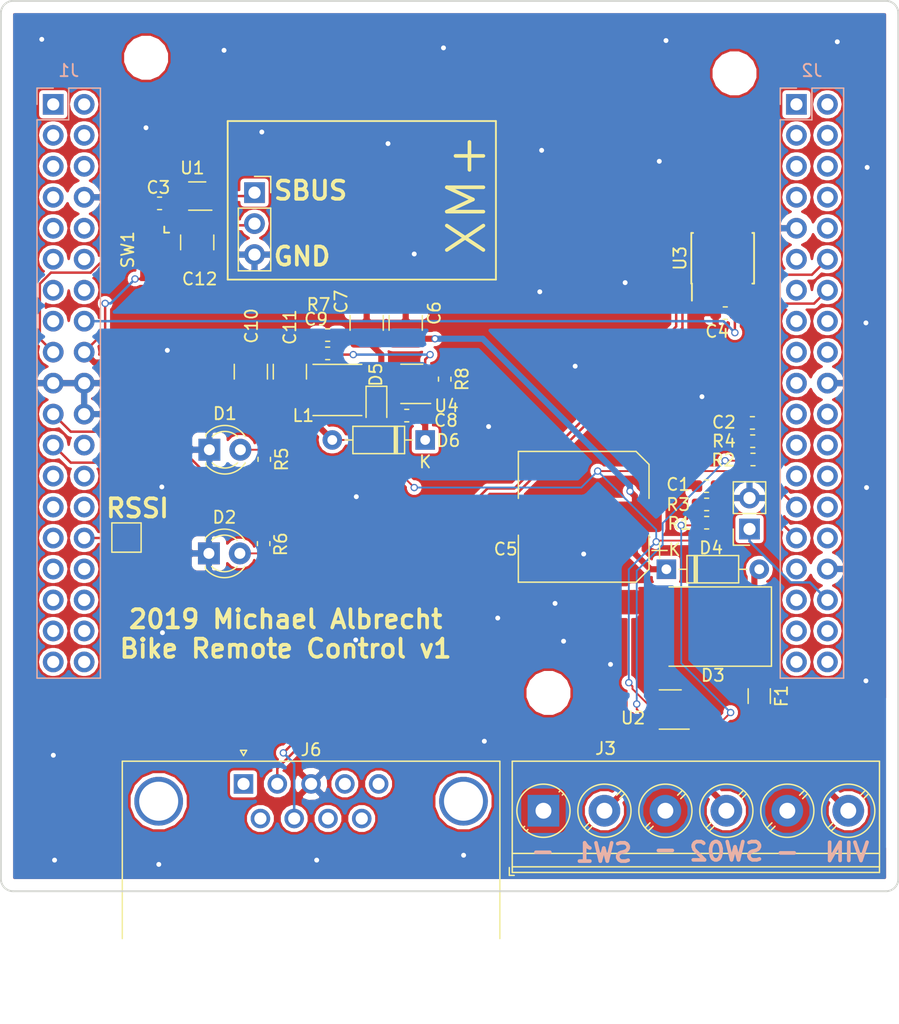
<source format=kicad_pcb>
(kicad_pcb (version 20171130) (host pcbnew 5.0.2-bee76a0~70~ubuntu18.04.1)
  (layers (0 F.Cu signal) (31 B.Cu signal) (34 B.Paste user) (35 F.Paste user) (36 B.SilkS user) (37 F.SilkS user) (38 B.Mask user) (39 F.Mask user) (44 Edge.Cuts user))
  (net 0 "")
  (net 1 "Net-(J1-Pad1)")
  (net 2 "Net-(J1-Pad2)")
  (net 3 "Net-(J1-Pad3)")
  (net 4 "Net-(J1-Pad4)")
  (net 5 "Net-(J1-Pad5)")
  (net 6 "Net-(J1-Pad6)")
  (net 7 "Net-(J1-Pad7)")
  (net 8 "Net-(J1-Pad9)")
  (net 9 "Net-(J1-Pad10)")
  (net 10 "Net-(J1-Pad11)")
  (net 11 "Net-(J1-Pad12)")
  (net 12 "Net-(J1-Pad13)")
  (net 13 "Net-(J1-Pad14)")
  (net 14 "Net-(J1-Pad15)")
  (net 15 "Net-(J1-Pad24)")
  (net 16 "Net-(J1-Pad25)")
  (net 17 "Net-(J1-Pad26)")
  (net 18 "Net-(J1-Pad27)")
  (net 19 "Net-(J1-Pad28)")
  (net 20 "Net-(J1-Pad29)")
  (net 21 "Net-(J1-Pad31)")
  (net 22 "Net-(J1-Pad32)")
  (net 23 "Net-(J1-Pad33)")
  (net 24 "Net-(J1-Pad34)")
  (net 25 "Net-(J1-Pad35)")
  (net 26 "Net-(J1-Pad36)")
  (net 27 "Net-(J1-Pad37)")
  (net 28 "Net-(J1-Pad38)")
  (net 29 "Net-(J2-Pad38)")
  (net 30 "Net-(J2-Pad37)")
  (net 31 "Net-(J2-Pad36)")
  (net 32 "Net-(J2-Pad35)")
  (net 33 "Net-(J2-Pad33)")
  (net 34 "Net-(J2-Pad31)")
  (net 35 "Net-(J2-Pad30)")
  (net 36 "Net-(J2-Pad28)")
  (net 37 "Net-(J2-Pad26)")
  (net 38 "Net-(J2-Pad25)")
  (net 39 "Net-(J2-Pad24)")
  (net 40 "Net-(J2-Pad23)")
  (net 41 "Net-(J2-Pad22)")
  (net 42 "Net-(J2-Pad21)")
  (net 43 "Net-(J2-Pad19)")
  (net 44 "Net-(J2-Pad18)")
  (net 45 "Net-(J2-Pad17)")
  (net 46 "Net-(J2-Pad16)")
  (net 47 "Net-(J2-Pad15)")
  (net 48 "Net-(J2-Pad13)")
  (net 49 "Net-(J2-Pad11)")
  (net 50 "Net-(J2-Pad10)")
  (net 51 "Net-(J2-Pad8)")
  (net 52 "Net-(J2-Pad7)")
  (net 53 "Net-(J2-Pad6)")
  (net 54 "Net-(J2-Pad5)")
  (net 55 "Net-(J2-Pad4)")
  (net 56 "Net-(J2-Pad3)")
  (net 57 "Net-(J2-Pad2)")
  (net 58 "Net-(J2-Pad1)")
  (net 59 "Net-(C12-Pad1)")
  (net 60 +5V)
  (net 61 /ReceiverRSSI)
  (net 62 GND)
  (net 63 /SW02_L)
  (net 64 /SW01_L)
  (net 65 VBUS)
  (net 66 "Net-(C9-Pad2)")
  (net 67 /LED_RemoteControlOK)
  (net 68 "Net-(D2-Pad2)")
  (net 69 "Net-(D1-Pad2)")
  (net 70 /LED_Operational)
  (net 71 /SW01)
  (net 72 /SW02)
  (net 73 /SBUS)
  (net 74 "Net-(C8-Pad1)")
  (net 75 "Net-(U4-Pad4)")
  (net 76 "Net-(C8-Pad2)")
  (net 77 "Net-(C5-Pad1)")
  (net 78 "Net-(U2-Pad4)")
  (net 79 "Net-(U2-Pad3)")
  (net 80 /CAN_TX)
  (net 81 +3V3)
  (net 82 /CAN_RX)
  (net 83 "Net-(U3-Pad5)")
  (net 84 /CAN-)
  (net 85 /CAN+)
  (net 86 "Net-(U3-Pad8)")
  (net 87 "Net-(D3-Pad1)")
  (net 88 /debugUART)
  (net 89 "Net-(J6-Pad1)")
  (net 90 "Net-(J6-Pad4)")
  (net 91 "Net-(J6-Pad5)")
  (net 92 "Net-(J6-Pad6)")
  (net 93 "Net-(J6-Pad8)")
  (net 94 "Net-(J6-Pad9)")
  (net 95 GNDPWR)
  (net 96 /SBUS_Inv)
  (module Diode_SMD:D_SOD-323F (layer F.Cu) (at 154.5 71 270)
    (fp_text reference D5 (at -2.45 0.05 270) (layer F.SilkS))
    (fp_text value "D_Schottky BAT46WJ 100V")
    (pad 1 smd rect (at -1.1 0 270) (size 0.5 0.5) (layers F.Cu F.Paste F.Mask) (net 76 "Net-(C8-Pad2)"))
    (pad 2 smd rect (at 1.1 0 270) (size 0.5 0.5) (layers F.Cu F.Paste F.Mask) (net 62 GND))
  )
  (module NetTie:NetTie-2_SMD_Pad2.0mm (layer F.Cu) (at 173.7 87.2 180)
    (fp_text reference NT1 hide)
    (fp_text value Net-Tie_2)
    (fp_poly (pts (xy -2 -1) (xy 2 -1) (xy 2 1) (xy -2 1)) (layer F.Cu) (width 0))
    (pad 1 smd circle (at -2 0 180) (size 2 2) (layers F.Cu) (net 95 GNDPWR))
    (pad 2 smd circle (at 2 0 180) (size 2 2) (layers F.Cu) (net 62 GND))
  )
  (module Capacitor_SMD:CP_Elec_10x10.5 (layer F.Cu) (at 171.5 80.2 180)
    (fp_text reference C5 (at 6.4 -2.65 180) (layer F.SilkS))
    (fp_text value "100uF 35V")
    (pad 1 smd roundrect (at -4.2 0 180) (size 4.4 2.5) (layers F.Cu F.Paste F.Mask) (roundrect_rratio 0.1) (net 77 "Net-(C5-Pad1)"))
    (pad 2 smd roundrect (at 4.2 0 180) (size 4.4 2.5) (layers F.Cu F.Paste F.Mask) (roundrect_rratio 0.1) (net 62 GND))
  )
  (module Capacitor_SMD:C_0603_1608Metric (layer F.Cu) (at 185.3375 72.5 180)
    (fp_text reference C2 (at 2.3375 0.05 180) (layer F.SilkS))
    (fp_text value "100nF 35V")
    (pad 2 smd roundrect (at 0.7875 0 180) (size 0.875 0.95) (layers F.Cu F.Paste F.Mask) (net 62 GND))
    (pad 1 smd roundrect (at -0.7875 0 180) (size 0.875 0.95) (layers F.Cu F.Paste F.Mask) (net 71 /SW01))
  )
  (module Capacitor_SMD:C_0603_1608Metric (layer F.Cu) (at 136.7125 54.5 180)
    (fp_text reference C3 (at 0.1 1.3 180) (layer F.SilkS))
    (fp_text value "100nF 35V")
    (pad 1 smd roundrect (at -0.7875 0 180) (size 0.875 0.95) (layers F.Cu F.Paste F.Mask) (net 60 +5V))
    (pad 2 smd roundrect (at 0.7875 0 180) (size 0.875 0.95) (layers F.Cu F.Paste F.Mask) (net 62 GND))
  )
  (module Capacitor_SMD:C_0603_1608Metric (layer F.Cu) (at 183.1125 63.5 180)
    (fp_text reference C4 (at 0.6625 -1.5 180) (layer F.SilkS))
    (fp_text value "100nF 35V")
    (pad 2 smd roundrect (at 0.7875 0 180) (size 0.875 0.95) (layers F.Cu F.Paste F.Mask) (net 62 GND))
    (pad 1 smd roundrect (at -0.7875 0 180) (size 0.875 0.95) (layers F.Cu F.Paste F.Mask) (net 81 +3V3))
  )
  (module Capacitor_SMD:C_0603_1608Metric (layer F.Cu) (at 181.573424 77.685249 180)
    (fp_text reference C1 (at 2.323424 0.135249 180) (layer F.SilkS))
    (fp_text value "100nF 35V")
    (pad 1 smd roundrect (at -0.7875 0 180) (size 0.875 0.95) (layers F.Cu F.Paste F.Mask) (net 72 /SW02))
    (pad 2 smd roundrect (at 0.7875 0 180) (size 0.875 0.95) (layers F.Cu F.Paste F.Mask) (net 62 GND))
  )
  (module Capacitor_SMD:C_0603_1608Metric (layer F.Cu) (at 156.9875 71.9 180)
    (fp_text reference C8 (at -3.2125 -0.4 180) (layer F.SilkS))
    (fp_text value "100nF 35V")
    (pad 2 smd roundrect (at 0.7875 0 180) (size 0.875 0.95) (layers F.Cu F.Paste F.Mask) (net 76 "Net-(C8-Pad2)"))
    (pad 1 smd roundrect (at -0.7875 0 180) (size 0.875 0.95) (layers F.Cu F.Paste F.Mask) (net 74 "Net-(C8-Pad1)"))
  )
  (module Capacitor_SMD:C_0603_1608Metric (layer F.Cu) (at 150.5 66.8)
    (fp_text reference C9 (at -0.95 -2.8) (layer F.SilkS))
    (fp_text value 20pF)
    (pad 1 smd roundrect (at -0.7875 0) (size 0.875 0.95) (layers F.Cu F.Paste F.Mask) (net 60 +5V))
    (pad 2 smd roundrect (at 0.7875 0) (size 0.875 0.95) (layers F.Cu F.Paste F.Mask) (net 66 "Net-(C9-Pad2)"))
  )
  (module Capacitor_SMD:C_1210_3225Metric (layer F.Cu) (at 147.4 68.3 90)
    (fp_text reference C11 (at 3.65 0 90) (layer F.SilkS))
    (fp_text value "10uF 35V")
    (pad 1 smd roundrect (at -1.4 0 90) (size 1.25 2.65) (layers F.Cu F.Paste F.Mask) (roundrect_rratio 0.2) (net 60 +5V))
    (pad 2 smd roundrect (at 1.4 0 90) (size 1.25 2.65) (layers F.Cu F.Paste F.Mask) (roundrect_rratio 0.2) (net 62 GND))
  )
  (module Capacitor_SMD:C_1210_3225Metric (layer F.Cu) (at 153.7 64.3 90)
    (fp_text reference C7 (at 1.75 -2.1 90) (layer F.SilkS))
    (fp_text value "10uF 35V")
    (pad 2 smd roundrect (at 1.4 0 90) (size 1.25 2.65) (layers F.Cu F.Paste F.Mask) (roundrect_rratio 0.2) (net 62 GND))
    (pad 1 smd roundrect (at -1.4 0 90) (size 1.25 2.65) (layers F.Cu F.Paste F.Mask) (roundrect_rratio 0.2) (net 77 "Net-(C5-Pad1)"))
  )
  (module Capacitor_SMD:C_1210_3225Metric (layer F.Cu) (at 144.2 68.3 90)
    (fp_text reference C10 (at 3.75 0.05 90) (layer F.SilkS))
    (fp_text value "10uF 35V")
    (pad 1 smd roundrect (at -1.4 0 90) (size 1.25 2.65) (layers F.Cu F.Paste F.Mask) (roundrect_rratio 0.2) (net 60 +5V))
    (pad 2 smd roundrect (at 1.4 0 90) (size 1.25 2.65) (layers F.Cu F.Paste F.Mask) (roundrect_rratio 0.2) (net 62 GND))
  )
  (module Capacitor_SMD:C_1210_3225Metric (layer F.Cu) (at 139.8 57.7 270)
    (fp_text reference C12 (at 3 -0.2) (layer F.SilkS))
    (fp_text value "10uF 35V")
    (pad 2 smd roundrect (at 1.4 0 270) (size 1.25 2.65) (layers F.Cu F.Paste F.Mask) (roundrect_rratio 0.2) (net 62 GND))
    (pad 1 smd roundrect (at -1.4 0 270) (size 1.25 2.65) (layers F.Cu F.Paste F.Mask) (roundrect_rratio 0.2) (net 59 "Net-(C12-Pad1)"))
  )
  (module Capacitor_SMD:C_1210_3225Metric (layer F.Cu) (at 156.9 64.3 90)
    (fp_text reference C6 (at 0.8 2.35 90) (layer F.SilkS))
    (fp_text value "10uF 35V")
    (pad 1 smd roundrect (at -1.4 0 90) (size 1.25 2.65) (layers F.Cu F.Paste F.Mask) (roundrect_rratio 0.2) (net 77 "Net-(C5-Pad1)"))
    (pad 2 smd roundrect (at 1.4 0 90) (size 1.25 2.65) (layers F.Cu F.Paste F.Mask) (roundrect_rratio 0.2) (net 62 GND))
  )
  (module Connector_Dsub:DSUB-9_Male_Horizontal_P2.77x2.84mm_EdgePinOffset9.90mm_Housed_MountingHolesOffset11.32mm (layer F.Cu) (at 143.6 102.1)
    (fp_text reference J6 (at 5.54 -2.8) (layer F.SilkS))
    (fp_text value DB9_Male)
    (pad 1 thru_hole rect (at 0 0) (size 1.6 1.6) (drill 1) (layers *.Cu *.Mask) (net 89 "Net-(J6-Pad1)"))
    (pad 2 thru_hole circle (at 2.77 0) (size 1.6 1.6) (drill 1) (layers *.Cu *.Mask) (net 84 /CAN-))
    (pad 3 thru_hole circle (at 5.54 0) (size 1.6 1.6) (drill 1) (layers *.Cu *.Mask) (net 62 GND))
    (pad 4 thru_hole circle (at 8.31 0) (size 1.6 1.6) (drill 1) (layers *.Cu *.Mask) (net 90 "Net-(J6-Pad4)"))
    (pad 5 thru_hole circle (at 11.08 0) (size 1.6 1.6) (drill 1) (layers *.Cu *.Mask) (net 91 "Net-(J6-Pad5)"))
    (pad 6 thru_hole circle (at 1.385 2.84) (size 1.6 1.6) (drill 1) (layers *.Cu *.Mask) (net 92 "Net-(J6-Pad6)"))
    (pad 7 thru_hole circle (at 4.155 2.84) (size 1.6 1.6) (drill 1) (layers *.Cu *.Mask) (net 85 /CAN+))
    (pad 8 thru_hole circle (at 6.925 2.84) (size 1.6 1.6) (drill 1) (layers *.Cu *.Mask) (net 93 "Net-(J6-Pad8)"))
    (pad 9 thru_hole circle (at 9.695 2.84) (size 1.6 1.6) (drill 1) (layers *.Cu *.Mask) (net 94 "Net-(J6-Pad9)"))
    (pad 0 thru_hole circle (at -6.96 1.42) (size 4 4) (drill 3.2) (layers *.Cu *.Mask))
    (pad 0 thru_hole circle (at 18.04 1.42) (size 4 4) (drill 3.2) (layers *.Cu *.Mask))
  )
  (module Connector_PinSocket_2.54mm:PinSocket_1x02_P2.54mm_Vertical (layer F.Cu) (at 185.1 81.2 180)
    (fp_text reference J7 hide)
    (fp_text value Conn_01x02_Male)
    (pad 1 thru_hole rect (at 0 0 180) (size 1.7 1.7) (drill 1) (layers *.Cu *.Mask) (net 88 /debugUART))
    (pad 2 thru_hole oval (at 0 2.54 180) (size 1.7 1.7) (drill 1) (layers *.Cu *.Mask) (net 62 GND))
  )
  (module Connector_PinSocket_2.54mm:PinSocket_1x03_P2.54mm_Vertical (layer F.Cu) (at 144.5 53.62)
    (fp_text reference J5 hide)
    (fp_text value Conn_01x03_ReceiverPwrSig)
    (pad 1 thru_hole rect (at 0 0) (size 1.7 1.7) (drill 1) (layers *.Cu *.Mask) (net 96 /SBUS_Inv))
    (pad 2 thru_hole oval (at 0 2.54) (size 1.7 1.7) (drill 1) (layers *.Cu *.Mask) (net 59 "Net-(C12-Pad1)"))
    (pad 3 thru_hole oval (at 0 5.08) (size 1.7 1.7) (drill 1) (layers *.Cu *.Mask) (net 62 GND))
  )
  (module Diode_SMD:D_SMC (layer F.Cu) (at 182.1 89.2 180)
    (fp_text reference D3 (at 0 -4 180) (layer F.SilkS))
    (fp_text value "TVS SMCJ26CA")
    (pad 1 smd rect (at -3.4 0 270) (size 3.3 2.5) (layers F.Cu F.Paste F.Mask) (net 87 "Net-(D3-Pad1)"))
    (pad 2 smd rect (at 3.4 0 270) (size 3.3 2.5) (layers F.Cu F.Paste F.Mask) (net 95 GNDPWR))
  )
  (module Diode_THT:D_DO-35_SOD27_P7.62mm_Horizontal (layer F.Cu) (at 158.5 73.9 180)
    (fp_text reference D6 (at -1.9 -0.05 180) (layer F.SilkS))
    (fp_text value 1N4148)
    (fp_text user K (at 0 -1.8 180) (layer F.SilkS))
    (pad 2 thru_hole oval (at 7.62 0 180) (size 1.6 1.6) (drill 0.8) (layers *.Cu *.Mask) (net 60 +5V))
    (pad 1 thru_hole rect (at 0 0 180) (size 1.6 1.6) (drill 0.8) (layers *.Cu *.Mask) (net 74 "Net-(C8-Pad1)"))
  )
  (module Diode_THT:D_DO-35_SOD27_P7.62mm_Horizontal (layer F.Cu) (at 178.28 84.5)
    (fp_text reference D4 (at 3.67 -1.75) (layer F.SilkS))
    (fp_text value 1N4148)
    (fp_text user K (at 0.67 -1.6) (layer F.SilkS))
    (pad 1 thru_hole rect (at 0 0) (size 1.6 1.6) (drill 0.8) (layers *.Cu *.Mask) (net 77 "Net-(C5-Pad1)"))
    (pad 2 thru_hole oval (at 7.62 0) (size 1.6 1.6) (drill 0.8) (layers *.Cu *.Mask) (net 87 "Net-(D3-Pad1)"))
  )
  (module Fuse:Fuse_1206_3216Metric (layer F.Cu) (at 185.9 94.9 270)
    (fp_text reference F1 (at 0 -1.82 270) (layer F.SilkS))
    (fp_text value "ptc 100mA")
    (pad 1 smd roundrect (at -1.4 0 270) (size 1.25 1.75) (layers F.Cu F.Paste F.Mask) (roundrect_rratio 0.2) (net 87 "Net-(D3-Pad1)"))
    (pad 2 smd roundrect (at 1.4 0 270) (size 1.25 1.75) (layers F.Cu F.Paste F.Mask) (roundrect_rratio 0.2) (net 65 VBUS))
  )
  (module Inductor_SMD:L_Taiyo-Yuden_NR-40xx (layer F.Cu) (at 151.3 69.8 180)
    (fp_text reference L1 (at 2.8 -2.1 180) (layer F.SilkS))
    (fp_text value "22uH 500mA")
    (pad 1 smd rect (at -1.4 0 180) (size 1.2 3.9) (layers F.Cu F.Paste F.Mask) (net 76 "Net-(C8-Pad2)"))
    (pad 2 smd rect (at 1.4 0 180) (size 1.2 3.9) (layers F.Cu F.Paste F.Mask) (net 60 +5V))
  )
  (module LED_THT:LED_D3.0mm (layer F.Cu) (at 140.76 83.2)
    (fp_text reference D2 (at 1.27 -2.96) (layer F.SilkS))
    (fp_text value LED)
    (pad 2 thru_hole circle (at 2.54 0) (size 1.8 1.8) (drill 0.9) (layers *.Cu *.Mask) (net 68 "Net-(D2-Pad2)"))
    (pad 1 thru_hole rect (at 0 0) (size 1.8 1.8) (drill 0.9) (layers *.Cu *.Mask) (net 62 GND))
  )
  (module LED_THT:LED_D3.0mm (layer F.Cu) (at 140.8 74.7)
    (fp_text reference D1 (at 1.27 -2.96) (layer F.SilkS))
    (fp_text value LED)
    (pad 1 thru_hole rect (at 0 0) (size 1.8 1.8) (drill 0.9) (layers *.Cu *.Mask) (net 62 GND))
    (pad 2 thru_hole circle (at 2.54 0) (size 1.8 1.8) (drill 0.9) (layers *.Cu *.Mask) (net 69 "Net-(D1-Pad2)"))
  )
  (module Package_SO:SOIC-8_3.9x4.9mm_P1.27mm (layer F.Cu) (at 182.9 59 90)
    (fp_text reference U3 (at 0 -3.5 90) (layer F.SilkS))
    (fp_text value SN65HVD232)
    (pad 1 smd rect (at -2.7 -1.905 90) (size 1.55 0.6) (layers F.Cu F.Paste F.Mask) (net 80 /CAN_TX))
    (pad 2 smd rect (at -2.7 -0.635 90) (size 1.55 0.6) (layers F.Cu F.Paste F.Mask) (net 62 GND))
    (pad 3 smd rect (at -2.7 0.635 90) (size 1.55 0.6) (layers F.Cu F.Paste F.Mask) (net 81 +3V3))
    (pad 4 smd rect (at -2.7 1.905 90) (size 1.55 0.6) (layers F.Cu F.Paste F.Mask) (net 82 /CAN_RX))
    (pad 5 smd rect (at 2.7 1.905 90) (size 1.55 0.6) (layers F.Cu F.Paste F.Mask) (net 83 "Net-(U3-Pad5)"))
    (pad 6 smd rect (at 2.7 0.635 90) (size 1.55 0.6) (layers F.Cu F.Paste F.Mask) (net 84 /CAN-))
    (pad 7 smd rect (at 2.7 -0.635 90) (size 1.55 0.6) (layers F.Cu F.Paste F.Mask) (net 85 /CAN+))
    (pad 8 smd rect (at 2.7 -1.905 90) (size 1.55 0.6) (layers F.Cu F.Paste F.Mask) (net 86 "Net-(U3-Pad8)"))
  )
  (module Package_TO_SOT_SMD:SOT-23-6 (layer F.Cu) (at 178.6 96 180)
    (fp_text reference U2 (at 3.05 -0.7 180) (layer F.SilkS))
    (fp_text value USBLC6-2SC6)
    (pad 5 smd rect (at 1.1 0 180) (size 1.06 0.65) (layers F.Cu F.Paste F.Mask) (net 60 +5V))
    (pad 6 smd rect (at 1.1 -0.95 180) (size 1.06 0.65) (layers F.Cu F.Paste F.Mask) (net 64 /SW01_L))
    (pad 4 smd rect (at 1.1 0.95 180) (size 1.06 0.65) (layers F.Cu F.Paste F.Mask) (net 78 "Net-(U2-Pad4)"))
    (pad 3 smd rect (at -1.1 0.95 180) (size 1.06 0.65) (layers F.Cu F.Paste F.Mask) (net 79 "Net-(U2-Pad3)"))
    (pad 2 smd rect (at -1.1 0 180) (size 1.06 0.65) (layers F.Cu F.Paste F.Mask) (net 95 GNDPWR))
    (pad 1 smd rect (at -1.1 -0.95 180) (size 1.06 0.65) (layers F.Cu F.Paste F.Mask) (net 63 /SW02_L))
  )
  (module Package_TO_SOT_SMD:SOT-23-6 (layer F.Cu) (at 157.4 69.3 180)
    (fp_text reference U4 (at -2.85 -1.8 180) (layer F.SilkS))
    (fp_text value MCP16331CH)
    (pad 1 smd rect (at -1.1 -0.95 180) (size 1.06 0.65) (layers F.Cu F.Paste F.Mask) (net 74 "Net-(C8-Pad1)"))
    (pad 2 smd rect (at -1.1 0 180) (size 1.06 0.65) (layers F.Cu F.Paste F.Mask) (net 62 GND))
    (pad 3 smd rect (at -1.1 0.95 180) (size 1.06 0.65) (layers F.Cu F.Paste F.Mask) (net 66 "Net-(C9-Pad2)"))
    (pad 4 smd rect (at 1.1 0.95 180) (size 1.06 0.65) (layers F.Cu F.Paste F.Mask) (net 75 "Net-(U4-Pad4)"))
    (pad 6 smd rect (at 1.1 -0.95 180) (size 1.06 0.65) (layers F.Cu F.Paste F.Mask) (net 76 "Net-(C8-Pad2)"))
    (pad 5 smd rect (at 1.1 0 180) (size 1.06 0.65) (layers F.Cu F.Paste F.Mask) (net 77 "Net-(C5-Pad1)"))
  )
  (module Package_TO_SOT_SMD:SOT-353_SC-70-5 (layer F.Cu) (at 139.8 53.9 180)
    (fp_text reference U1 (at 0.4 2.3 180) (layer F.SilkS))
    (fp_text value 74AHC1G04)
    (pad 1 smd rect (at -0.95 -0.65 180) (size 0.65 0.4) (layers F.Cu F.Paste F.Mask))
    (pad 3 smd rect (at -0.95 0.65 180) (size 0.65 0.4) (layers F.Cu F.Paste F.Mask) (net 62 GND))
    (pad 2 smd rect (at -0.95 0 180) (size 0.65 0.4) (layers F.Cu F.Paste F.Mask) (net 96 /SBUS_Inv))
    (pad 4 smd rect (at 0.95 0.65 180) (size 0.65 0.4) (layers F.Cu F.Paste F.Mask) (net 73 /SBUS))
    (pad 5 smd rect (at 0.95 -0.65 180) (size 0.65 0.4) (layers F.Cu F.Paste F.Mask) (net 60 +5V))
  )
  (module Resistor_SMD:R_0603_1608Metric (layer F.Cu) (at 185.3875 75.5 180)
    (fp_text reference R2 (at 2.4375 -0.05 180) (layer F.SilkS))
    (fp_text value 100k)
    (pad 2 smd roundrect (at 0.7875 0 180) (size 0.875 0.95) (layers F.Cu F.Paste F.Mask) (net 64 /SW01_L))
    (pad 1 smd roundrect (at -0.7875 0 180) (size 0.875 0.95) (layers F.Cu F.Paste F.Mask) (net 60 +5V))
  )
  (module Resistor_SMD:R_0603_1608Metric (layer F.Cu) (at 181.585924 79.185249 180)
    (fp_text reference R3 (at 2.335924 -0.014751 180) (layer F.SilkS))
    (fp_text value "10k 1%")
    (pad 1 smd roundrect (at -0.7875 0 180) (size 0.875 0.95) (layers F.Cu F.Paste F.Mask) (net 72 /SW02))
    (pad 2 smd roundrect (at 0.7875 0 180) (size 0.875 0.95) (layers F.Cu F.Paste F.Mask) (net 63 /SW02_L))
  )
  (module Resistor_SMD:R_0603_1608Metric (layer F.Cu) (at 185.3625 74 180)
    (fp_text reference R4 (at 2.3625 0 180) (layer F.SilkS))
    (fp_text value "10k 1%")
    (pad 2 smd roundrect (at 0.7875 0 180) (size 0.875 0.95) (layers F.Cu F.Paste F.Mask) (net 64 /SW01_L))
    (pad 1 smd roundrect (at -0.7875 0 180) (size 0.875 0.95) (layers F.Cu F.Paste F.Mask) (net 71 /SW01))
  )
  (module Resistor_SMD:R_0603_1608Metric (layer F.Cu) (at 145.3 75.4875 270)
    (fp_text reference R5 (at 0 -1.43 270) (layer F.SilkS))
    (fp_text value "52.3R 1%")
    (pad 1 smd roundrect (at -0.7875 0 270) (size 0.875 0.95) (layers F.Cu F.Paste F.Mask) (net 69 "Net-(D1-Pad2)"))
    (pad 2 smd roundrect (at 0.7875 0 270) (size 0.875 0.95) (layers F.Cu F.Paste F.Mask) (net 70 /LED_Operational))
  )
  (module Resistor_SMD:R_0603_1608Metric (layer F.Cu) (at 145.25 82.4 90)
    (fp_text reference R6 (at -0.05 1.4 90) (layer F.SilkS))
    (fp_text value "52.3R 1%")
    (pad 2 smd roundrect (at 0.7875 0 90) (size 0.875 0.95) (layers F.Cu F.Paste F.Mask) (net 67 /LED_RemoteControlOK))
    (pad 1 smd roundrect (at -0.7875 0 90) (size 0.875 0.95) (layers F.Cu F.Paste F.Mask) (net 68 "Net-(D2-Pad2)"))
  )
  (module Resistor_SMD:R_0603_1608Metric (layer F.Cu) (at 150.5 65.3)
    (fp_text reference R7 (at -0.75 -2.5) (layer F.SilkS))
    (fp_text value "52.3R 1%")
    (pad 1 smd roundrect (at -0.7875 0) (size 0.875 0.95) (layers F.Cu F.Paste F.Mask) (net 60 +5V))
    (pad 2 smd roundrect (at 0.7875 0) (size 0.875 0.95) (layers F.Cu F.Paste F.Mask) (net 66 "Net-(C9-Pad2)"))
  )
  (module Resistor_SMD:R_0603_1608Metric (layer F.Cu) (at 160.1 68.9125 270)
    (fp_text reference R8 (at 0 -1.43 270) (layer F.SilkS))
    (fp_text value "10k 1%")
    (pad 2 smd roundrect (at 0.7875 0 270) (size 0.875 0.95) (layers F.Cu F.Paste F.Mask) (net 62 GND))
    (pad 1 smd roundrect (at -0.7875 0 270) (size 0.875 0.95) (layers F.Cu F.Paste F.Mask) (net 66 "Net-(C9-Pad2)"))
  )
  (module Resistor_SMD:R_0603_1608Metric (layer F.Cu) (at 181.585924 80.685249 180)
    (fp_text reference R1 (at 2.235924 -0.064751 180) (layer F.SilkS))
    (fp_text value 100k)
    (pad 1 smd roundrect (at -0.7875 0 180) (size 0.875 0.95) (layers F.Cu F.Paste F.Mask) (net 60 +5V))
    (pad 2 smd roundrect (at 0.7875 0 180) (size 0.875 0.95) (layers F.Cu F.Paste F.Mask) (net 63 /SW02_L))
  )
  (module TerminalBlock_Phoenix:TerminalBlock_Phoenix_PT-1,5-6-5.0-H_1x06_P5.00mm_Horizontal (layer F.Cu) (at 168.2 104.3)
    (fp_text reference J3 (at 5.1 -5.1) (layer F.SilkS))
    (fp_text value Conn_01x06_Female)
    (pad 1 thru_hole rect (at 0 0) (size 2.6 2.6) (drill 1.3) (layers *.Cu *.Mask) (net 95 GNDPWR))
    (pad 2 thru_hole circle (at 5 0) (size 2.6 2.6) (drill 1.3) (layers *.Cu *.Mask) (net 64 /SW01_L))
    (pad 3 thru_hole circle (at 10 0) (size 2.6 2.6) (drill 1.3) (layers *.Cu *.Mask) (net 95 GNDPWR))
    (pad 4 thru_hole circle (at 15 0) (size 2.6 2.6) (drill 1.3) (layers *.Cu *.Mask) (net 63 /SW02_L))
    (pad 5 thru_hole circle (at 20 0) (size 2.6 2.6) (drill 1.3) (layers *.Cu *.Mask) (net 95 GNDPWR))
    (pad 6 thru_hole circle (at 25 0) (size 2.6 2.6) (drill 1.3) (layers *.Cu *.Mask) (net 65 VBUS))
  )
  (module TestPoint:TestPoint_Pad_2.0x2.0mm (layer F.Cu) (at 134 81.9)
    (fp_text reference J4 hide)
    (fp_text value Conn_01x01_ReceiverRSSI)
    (pad 1 smd rect (at 0 0) (size 2 2) (layers F.Cu F.Mask) (net 61 /ReceiverRSSI))
  )
  (module extraFootprints:alps_SKRPASE010 (layer F.Cu) (at 137.6 56.2 270)
    (fp_text reference SW1 (at 2.1 3.5 270) (layer F.SilkS))
    (fp_text value SW_Push_Open)
    (pad 1 smd rect (at 0 0 270) (size 1.05 0.65) (layers F.Cu F.Paste F.Mask) (net 59 "Net-(C12-Pad1)"))
    (pad 1 smd rect (at 4.15 0 270) (size 1.05 0.65) (layers F.Cu F.Paste F.Mask) (net 59 "Net-(C12-Pad1)"))
    (pad 2 smd rect (at 4.15 2.15 270) (size 1.05 0.65) (layers F.Cu F.Paste F.Mask) (net 60 +5V))
    (pad 2 smd rect (at 0 2.15 270) (size 1.05 0.65) (layers F.Cu F.Paste F.Mask) (net 60 +5V))
  )
  (module MountingHole:MountingHole_3mm (layer F.Cu) (at 168.61 94.64)
    (fp_text reference H3 hide)
    (fp_text value MountingHole)
    (pad 1 np_thru_hole circle (at 0 0) (size 3 3) (drill 3) (layers *.Cu *.Mask))
  )
  (module MountingHole:MountingHole_3mm (layer F.Cu) (at 183.87 43.84)
    (fp_text reference H2 hide)
    (fp_text value MountingHole)
    (pad 1 np_thru_hole circle (at 0 0) (size 3 3) (drill 3) (layers *.Cu *.Mask))
  )
  (module MountingHole:MountingHole_3mm (layer F.Cu) (at 135.61 42.56)
    (fp_text reference H1 hide)
    (fp_text value MountingHole)
    (pad 1 np_thru_hole circle (at 0 0) (size 3 3) (drill 3) (layers *.Cu *.Mask))
  )
  (module Connector_PinSocket_2.54mm:PinSocket_2x19_P2.54mm_Vertical (layer B.Cu) (at 188.95 46.38 180)
    (fp_text reference J2 (at -1.27 2.77 180) (layer B.SilkS) (effects (justify mirror)))
    (fp_text value Conn_02x19_Odd_Even)
    (pad 38 thru_hole oval (at -2.54 -45.72 180) (size 1.7 1.7) (drill 1) (layers *.Cu *.Mask) (net 29 "Net-(J2-Pad38)"))
    (pad 37 thru_hole oval (at 0 -45.72 180) (size 1.7 1.7) (drill 1) (layers *.Cu *.Mask) (net 30 "Net-(J2-Pad37)"))
    (pad 36 thru_hole oval (at -2.54 -43.18 180) (size 1.7 1.7) (drill 1) (layers *.Cu *.Mask) (net 31 "Net-(J2-Pad36)"))
    (pad 35 thru_hole oval (at 0 -43.18 180) (size 1.7 1.7) (drill 1) (layers *.Cu *.Mask) (net 32 "Net-(J2-Pad35)"))
    (pad 34 thru_hole oval (at -2.54 -40.64 180) (size 1.7 1.7) (drill 1) (layers *.Cu *.Mask) (net 88 /debugUART))
    (pad 33 thru_hole oval (at 0 -40.64 180) (size 1.7 1.7) (drill 1) (layers *.Cu *.Mask) (net 33 "Net-(J2-Pad33)"))
    (pad 32 thru_hole oval (at -2.54 -38.1 180) (size 1.7 1.7) (drill 1) (layers *.Cu *.Mask) (net 62 GND))
    (pad 31 thru_hole oval (at 0 -38.1 180) (size 1.7 1.7) (drill 1) (layers *.Cu *.Mask) (net 34 "Net-(J2-Pad31)"))
    (pad 30 thru_hole oval (at -2.54 -35.56 180) (size 1.7 1.7) (drill 1) (layers *.Cu *.Mask) (net 35 "Net-(J2-Pad30)"))
    (pad 29 thru_hole oval (at 0 -35.56 180) (size 1.7 1.7) (drill 1) (layers *.Cu *.Mask) (net 72 /SW02))
    (pad 28 thru_hole oval (at -2.54 -33.02 180) (size 1.7 1.7) (drill 1) (layers *.Cu *.Mask) (net 36 "Net-(J2-Pad28)"))
    (pad 27 thru_hole oval (at 0 -33.02 180) (size 1.7 1.7) (drill 1) (layers *.Cu *.Mask) (net 71 /SW01))
    (pad 26 thru_hole oval (at -2.54 -30.48 180) (size 1.7 1.7) (drill 1) (layers *.Cu *.Mask) (net 37 "Net-(J2-Pad26)"))
    (pad 25 thru_hole oval (at 0 -30.48 180) (size 1.7 1.7) (drill 1) (layers *.Cu *.Mask) (net 38 "Net-(J2-Pad25)"))
    (pad 24 thru_hole oval (at -2.54 -27.94 180) (size 1.7 1.7) (drill 1) (layers *.Cu *.Mask) (net 39 "Net-(J2-Pad24)"))
    (pad 23 thru_hole oval (at 0 -27.94 180) (size 1.7 1.7) (drill 1) (layers *.Cu *.Mask) (net 40 "Net-(J2-Pad23)"))
    (pad 22 thru_hole oval (at -2.54 -25.4 180) (size 1.7 1.7) (drill 1) (layers *.Cu *.Mask) (net 41 "Net-(J2-Pad22)"))
    (pad 21 thru_hole oval (at 0 -25.4 180) (size 1.7 1.7) (drill 1) (layers *.Cu *.Mask) (net 42 "Net-(J2-Pad21)"))
    (pad 20 thru_hole oval (at -2.54 -22.86 180) (size 1.7 1.7) (drill 1) (layers *.Cu *.Mask) (net 62 GND))
    (pad 19 thru_hole oval (at 0 -22.86 180) (size 1.7 1.7) (drill 1) (layers *.Cu *.Mask) (net 43 "Net-(J2-Pad19)"))
    (pad 18 thru_hole oval (at -2.54 -20.32 180) (size 1.7 1.7) (drill 1) (layers *.Cu *.Mask) (net 44 "Net-(J2-Pad18)"))
    (pad 17 thru_hole oval (at 0 -20.32 180) (size 1.7 1.7) (drill 1) (layers *.Cu *.Mask) (net 45 "Net-(J2-Pad17)"))
    (pad 16 thru_hole oval (at -2.54 -17.78 180) (size 1.7 1.7) (drill 1) (layers *.Cu *.Mask) (net 46 "Net-(J2-Pad16)"))
    (pad 15 thru_hole oval (at 0 -17.78 180) (size 1.7 1.7) (drill 1) (layers *.Cu *.Mask) (net 47 "Net-(J2-Pad15)"))
    (pad 14 thru_hole oval (at -2.54 -15.24 180) (size 1.7 1.7) (drill 1) (layers *.Cu *.Mask) (net 82 /CAN_RX))
    (pad 13 thru_hole oval (at 0 -15.24 180) (size 1.7 1.7) (drill 1) (layers *.Cu *.Mask) (net 48 "Net-(J2-Pad13)"))
    (pad 12 thru_hole oval (at -2.54 -12.7 180) (size 1.7 1.7) (drill 1) (layers *.Cu *.Mask) (net 80 /CAN_TX))
    (pad 11 thru_hole oval (at 0 -12.7 180) (size 1.7 1.7) (drill 1) (layers *.Cu *.Mask) (net 49 "Net-(J2-Pad11)"))
    (pad 10 thru_hole oval (at -2.54 -10.16 180) (size 1.7 1.7) (drill 1) (layers *.Cu *.Mask) (net 50 "Net-(J2-Pad10)"))
    (pad 9 thru_hole oval (at 0 -10.16 180) (size 1.7 1.7) (drill 1) (layers *.Cu *.Mask) (net 62 GND))
    (pad 8 thru_hole oval (at -2.54 -7.62 180) (size 1.7 1.7) (drill 1) (layers *.Cu *.Mask) (net 51 "Net-(J2-Pad8)"))
    (pad 7 thru_hole oval (at 0 -7.62 180) (size 1.7 1.7) (drill 1) (layers *.Cu *.Mask) (net 52 "Net-(J2-Pad7)"))
    (pad 6 thru_hole oval (at -2.54 -5.08 180) (size 1.7 1.7) (drill 1) (layers *.Cu *.Mask) (net 53 "Net-(J2-Pad6)"))
    (pad 5 thru_hole oval (at 0 -5.08 180) (size 1.7 1.7) (drill 1) (layers *.Cu *.Mask) (net 54 "Net-(J2-Pad5)"))
    (pad 4 thru_hole oval (at -2.54 -2.54 180) (size 1.7 1.7) (drill 1) (layers *.Cu *.Mask) (net 55 "Net-(J2-Pad4)"))
    (pad 3 thru_hole oval (at 0 -2.54 180) (size 1.7 1.7) (drill 1) (layers *.Cu *.Mask) (net 56 "Net-(J2-Pad3)"))
    (pad 2 thru_hole oval (at -2.54 0 180) (size 1.7 1.7) (drill 1) (layers *.Cu *.Mask) (net 57 "Net-(J2-Pad2)"))
    (pad 1 thru_hole rect (at 0 0 180) (size 1.7 1.7) (drill 1) (layers *.Cu *.Mask) (net 58 "Net-(J2-Pad1)"))
  )
  (module Connector_PinSocket_2.54mm:PinSocket_2x19_P2.54mm_Vertical (layer B.Cu) (at 127.99 46.38 180)
    (fp_text reference J1 (at -1.27 2.77 180) (layer B.SilkS) (effects (justify mirror)))
    (fp_text value Conn_02x19_Odd_Even)
    (pad 1 thru_hole rect (at 0 0 180) (size 1.7 1.7) (drill 1) (layers *.Cu *.Mask) (net 1 "Net-(J1-Pad1)"))
    (pad 2 thru_hole oval (at -2.54 0 180) (size 1.7 1.7) (drill 1) (layers *.Cu *.Mask) (net 2 "Net-(J1-Pad2)"))
    (pad 3 thru_hole oval (at 0 -2.54 180) (size 1.7 1.7) (drill 1) (layers *.Cu *.Mask) (net 3 "Net-(J1-Pad3)"))
    (pad 4 thru_hole oval (at -2.54 -2.54 180) (size 1.7 1.7) (drill 1) (layers *.Cu *.Mask) (net 4 "Net-(J1-Pad4)"))
    (pad 5 thru_hole oval (at 0 -5.08 180) (size 1.7 1.7) (drill 1) (layers *.Cu *.Mask) (net 5 "Net-(J1-Pad5)"))
    (pad 6 thru_hole oval (at -2.54 -5.08 180) (size 1.7 1.7) (drill 1) (layers *.Cu *.Mask) (net 6 "Net-(J1-Pad6)"))
    (pad 7 thru_hole oval (at 0 -7.62 180) (size 1.7 1.7) (drill 1) (layers *.Cu *.Mask) (net 7 "Net-(J1-Pad7)"))
    (pad 8 thru_hole oval (at -2.54 -7.62 180) (size 1.7 1.7) (drill 1) (layers *.Cu *.Mask) (net 62 GND))
    (pad 9 thru_hole oval (at 0 -10.16 180) (size 1.7 1.7) (drill 1) (layers *.Cu *.Mask) (net 8 "Net-(J1-Pad9)"))
    (pad 10 thru_hole oval (at -2.54 -10.16 180) (size 1.7 1.7) (drill 1) (layers *.Cu *.Mask) (net 9 "Net-(J1-Pad10)"))
    (pad 11 thru_hole oval (at 0 -12.7 180) (size 1.7 1.7) (drill 1) (layers *.Cu *.Mask) (net 10 "Net-(J1-Pad11)"))
    (pad 12 thru_hole oval (at -2.54 -12.7 180) (size 1.7 1.7) (drill 1) (layers *.Cu *.Mask) (net 11 "Net-(J1-Pad12)"))
    (pad 13 thru_hole oval (at 0 -15.24 180) (size 1.7 1.7) (drill 1) (layers *.Cu *.Mask) (net 12 "Net-(J1-Pad13)"))
    (pad 14 thru_hole oval (at -2.54 -15.24 180) (size 1.7 1.7) (drill 1) (layers *.Cu *.Mask) (net 13 "Net-(J1-Pad14)"))
    (pad 15 thru_hole oval (at 0 -17.78 180) (size 1.7 1.7) (drill 1) (layers *.Cu *.Mask) (net 14 "Net-(J1-Pad15)"))
    (pad 16 thru_hole oval (at -2.54 -17.78 180) (size 1.7 1.7) (drill 1) (layers *.Cu *.Mask) (net 81 +3V3))
    (pad 17 thru_hole oval (at 0 -20.32 180) (size 1.7 1.7) (drill 1) (layers *.Cu *.Mask) (net 73 /SBUS))
    (pad 18 thru_hole oval (at -2.54 -20.32 180) (size 1.7 1.7) (drill 1) (layers *.Cu *.Mask) (net 60 +5V))
    (pad 19 thru_hole oval (at 0 -22.86 180) (size 1.7 1.7) (drill 1) (layers *.Cu *.Mask) (net 62 GND))
    (pad 20 thru_hole oval (at -2.54 -22.86 180) (size 1.7 1.7) (drill 1) (layers *.Cu *.Mask) (net 62 GND))
    (pad 21 thru_hole oval (at 0 -25.4 180) (size 1.7 1.7) (drill 1) (layers *.Cu *.Mask) (net 70 /LED_Operational))
    (pad 22 thru_hole oval (at -2.54 -25.4 180) (size 1.7 1.7) (drill 1) (layers *.Cu *.Mask) (net 62 GND))
    (pad 23 thru_hole oval (at 0 -27.94 180) (size 1.7 1.7) (drill 1) (layers *.Cu *.Mask) (net 67 /LED_RemoteControlOK))
    (pad 24 thru_hole oval (at -2.54 -27.94 180) (size 1.7 1.7) (drill 1) (layers *.Cu *.Mask) (net 15 "Net-(J1-Pad24)"))
    (pad 25 thru_hole oval (at 0 -30.48 180) (size 1.7 1.7) (drill 1) (layers *.Cu *.Mask) (net 16 "Net-(J1-Pad25)"))
    (pad 26 thru_hole oval (at -2.54 -30.48 180) (size 1.7 1.7) (drill 1) (layers *.Cu *.Mask) (net 17 "Net-(J1-Pad26)"))
    (pad 27 thru_hole oval (at 0 -33.02 180) (size 1.7 1.7) (drill 1) (layers *.Cu *.Mask) (net 18 "Net-(J1-Pad27)"))
    (pad 28 thru_hole oval (at -2.54 -33.02 180) (size 1.7 1.7) (drill 1) (layers *.Cu *.Mask) (net 19 "Net-(J1-Pad28)"))
    (pad 29 thru_hole oval (at 0 -35.56 180) (size 1.7 1.7) (drill 1) (layers *.Cu *.Mask) (net 20 "Net-(J1-Pad29)"))
    (pad 30 thru_hole oval (at -2.54 -35.56 180) (size 1.7 1.7) (drill 1) (layers *.Cu *.Mask) (net 61 /ReceiverRSSI))
    (pad 31 thru_hole oval (at 0 -38.1 180) (size 1.7 1.7) (drill 1) (layers *.Cu *.Mask) (net 21 "Net-(J1-Pad31)"))
    (pad 32 thru_hole oval (at -2.54 -38.1 180) (size 1.7 1.7) (drill 1) (layers *.Cu *.Mask) (net 22 "Net-(J1-Pad32)"))
    (pad 33 thru_hole oval (at 0 -40.64 180) (size 1.7 1.7) (drill 1) (layers *.Cu *.Mask) (net 23 "Net-(J1-Pad33)"))
    (pad 34 thru_hole oval (at -2.54 -40.64 180) (size 1.7 1.7) (drill 1) (layers *.Cu *.Mask) (net 24 "Net-(J1-Pad34)"))
    (pad 35 thru_hole oval (at 0 -43.18 180) (size 1.7 1.7) (drill 1) (layers *.Cu *.Mask) (net 25 "Net-(J1-Pad35)"))
    (pad 36 thru_hole oval (at -2.54 -43.18 180) (size 1.7 1.7) (drill 1) (layers *.Cu *.Mask) (net 26 "Net-(J1-Pad36)"))
    (pad 37 thru_hole oval (at 0 -45.72 180) (size 1.7 1.7) (drill 1) (layers *.Cu *.Mask) (net 27 "Net-(J1-Pad37)"))
    (pad 38 thru_hole oval (at -2.54 -45.72 180) (size 1.7 1.7) (drill 1) (layers *.Cu *.Mask) (net 28 "Net-(J1-Pad38)"))
  )
  (gr_text VIN (at 193.1 107.7) (layer B.SilkS) (effects (font (size 1.5 1.5) (thickness 0.3)) (justify mirror)))
  (gr_text - (at 188.2 107.65) (layer B.SilkS) (effects (font (size 1.5 1.5) (thickness 0.3)) (justify mirror)))
  (gr_text SW02 (at 183.2 107.65) (layer B.SilkS) (effects (font (size 1.5 1.5) (thickness 0.3)) (justify mirror)))
  (gr_text - (at 178.2 107.45) (layer B.SilkS) (effects (font (size 1.5 1.5) (thickness 0.3)) (justify mirror)))
  (gr_text SW1 (at 173.15 107.75) (layer B.SilkS) (effects (font (size 1.5 1.5) (thickness 0.3)) (justify mirror)))
  (gr_text - (at 168.15 107.6) (layer B.SilkS) (effects (font (size 1.5 1.5) (thickness 0.3)) (justify mirror)))
  (gr_text RSSI (at 134.9 79.5) (layer F.SilkS) (effects (font (size 1.5 1.5) (thickness 0.3))))
  (gr_text "2019 Michael Albrecht\nBike Remote Control v1" (at 147.05 89.8) (layer F.SilkS) (effects (font (size 1.5 1.5) (thickness 0.3))))
  (gr_text XM+ (at 161.9 53.75 90) (layer F.SilkS) (effects (font (size 3 3) (thickness 0.3))))
  (gr_line (start 164.3 60.75) (end 142.3 60.75) (layer F.SilkS) (width 0.15))
  (gr_line (start 164.3 47.75) (end 164.3 60.75) (layer F.SilkS) (width 0.15))
  (gr_line (start 142.3 47.75) (end 164.3 47.75) (layer F.SilkS) (width 0.15))
  (gr_line (start 142.3 47.75) (end 142.3 60.75) (layer F.SilkS) (width 0.15))
  (gr_text SBUS (at 149.1 53.45) (layer F.SilkS) (effects (font (size 1.5 1.5) (thickness 0.3))))
  (gr_text GND (at 148.4 58.85) (layer F.SilkS) (effects (font (size 1.5 1.5) (thickness 0.3))))
  (gr_arc (start 124.7 109.9) (end 123.7 109.9) (angle -90) (layer Edge.Cuts) (width 0.15))
  (gr_arc (start 196.3 109.9) (end 196.3 110.9) (angle -90) (layer Edge.Cuts) (width 0.15))
  (gr_arc (start 196.3 38.9) (end 197.3 38.9) (angle -90) (layer Edge.Cuts) (width 0.15))
  (gr_arc (start 124.7 38.9) (end 124.7 37.9) (angle -90) (layer Edge.Cuts) (width 0.15))
  (gr_line (start 123.7 38.9) (end 123.7 109.9) (layer Edge.Cuts) (width 0.15))
  (gr_line (start 196.3 110.9) (end 124.7 110.9) (layer Edge.Cuts) (width 0.15))
  (gr_line (start 196.3 37.9) (end 124.7 37.9) (layer Edge.Cuts) (width 0.15))
  (gr_line (start 197.3 109.9) (end 197.3 38.9) (layer Edge.Cuts) (width 0.15))
  (segment (start 137.6 59.625) (end 137.6 56.2) (width 0.2) (layer F.Cu) (net 59))
  (segment (start 137.6 60.35) (end 137.6 59.625) (width 0.2) (layer F.Cu) (net 59))
  (segment (start 139.7 56.2) (end 139.8 56.3) (width 0.2) (layer F.Cu) (net 59))
  (segment (start 137.6 56.2) (end 139.7 56.2) (width 0.2) (layer F.Cu) (net 59))
  (segment (start 144.36 56.3) (end 144.5 56.16) (width 0.2) (layer F.Cu) (net 59))
  (segment (start 139.8 56.3) (end 144.36 56.3) (width 0.2) (layer F.Cu) (net 59))
  (segment (start 135.45 59.625) (end 135.45 56.2) (width 0.2) (layer F.Cu) (net 60))
  (segment (start 138.8 54.5) (end 138.85 54.55) (width 0.2) (layer F.Cu) (net 60))
  (segment (start 137.5 54.5) (end 138.8 54.5) (width 0.2) (layer F.Cu) (net 60))
  (segment (start 149.9 72.92) (end 149.9 69.8) (width 0.5) (layer F.Cu) (net 60))
  (segment (start 150.88 73.9) (end 149.9 72.92) (width 0.5) (layer F.Cu) (net 60))
  (segment (start 149.7 69.6) (end 149.9 69.8) (width 0.2) (layer F.Cu) (net 60))
  (segment (start 149.7125 65.3) (end 149.7125 66.8) (width 0.2) (layer F.Cu) (net 60))
  (segment (start 149.7125 69.6125) (end 149.9 69.8) (width 0.2) (layer F.Cu) (net 60))
  (segment (start 149.7125 66.8) (end 149.7125 69.6125) (width 0.2) (layer F.Cu) (net 60))
  (segment (start 147.5 69.8) (end 147.4 69.7) (width 0.5) (layer F.Cu) (net 60))
  (segment (start 149.9 69.8) (end 147.5 69.8) (width 0.5) (layer F.Cu) (net 60))
  (segment (start 147.4 69.7) (end 144.2 69.7) (width 0.5) (layer F.Cu) (net 60))
  (segment (start 131.379999 67.549999) (end 130.53 66.7) (width 0.5) (layer F.Cu) (net 60))
  (segment (start 133.549999 67.549999) (end 131.379999 67.549999) (width 0.5) (layer F.Cu) (net 60))
  (segment (start 136.39571 70.39571) (end 133.549999 67.549999) (width 0.5) (layer F.Cu) (net 60))
  (segment (start 144.2 69.7) (end 143.50429 70.39571) (width 0.5) (layer F.Cu) (net 60))
  (segment (start 143.50429 70.39571) (end 136.39571 70.39571) (width 0.5) (layer F.Cu) (net 60))
  (segment (start 182.373424 81.260249) (end 181.483673 82.15) (width 0.15) (layer F.Cu) (net 60))
  (segment (start 182.373424 80.685249) (end 182.373424 81.260249) (width 0.15) (layer F.Cu) (net 60))
  (segment (start 181.483673 82.15) (end 177.55 82.15) (width 0.15) (layer F.Cu) (net 60))
  (via (at 177.45 82.25) (size 0.6) (drill 0.4) (layers F.Cu B.Cu) (net 60))
  (segment (start 177.55 82.15) (end 177.45 82.25) (width 0.15) (layer F.Cu) (net 60))
  (segment (start 153.7 73.9) (end 157.300001 77.500001) (width 0.15) (layer F.Cu) (net 60))
  (segment (start 150.88 73.9) (end 153.7 73.9) (width 0.15) (layer F.Cu) (net 60))
  (segment (start 157.300001 77.500001) (end 157.6 77.8) (width 0.15) (layer F.Cu) (net 60))
  (via (at 157.6 77.8) (size 0.6) (drill 0.4) (layers F.Cu B.Cu) (net 60))
  (via (at 175.2 93.8) (size 0.6) (drill 0.4) (layers F.Cu B.Cu) (net 60))
  (segment (start 177.45 82.25) (end 175.2 84.5) (width 0.15) (layer B.Cu) (net 60))
  (segment (start 175.2 84.5) (end 175.2 93.8) (width 0.15) (layer B.Cu) (net 60))
  (segment (start 177.189998 96) (end 177.5 96) (width 0.15) (layer F.Cu) (net 60))
  (segment (start 175.499999 94.310001) (end 177.189998 96) (width 0.15) (layer F.Cu) (net 60))
  (segment (start 175.499999 94.099999) (end 175.499999 94.310001) (width 0.15) (layer F.Cu) (net 60))
  (segment (start 175.2 93.8) (end 175.499999 94.099999) (width 0.15) (layer F.Cu) (net 60))
  (segment (start 135.45 60.35) (end 135.45 59.625) (width 0.2) (layer F.Cu) (net 60))
  (via (at 132.25 62.7) (size 0.6) (drill 0.4) (layers F.Cu B.Cu) (net 60))
  (segment (start 130.53 66.7) (end 132.25 64.98) (width 0.2) (layer F.Cu) (net 60))
  (segment (start 132.25 64.98) (end 132.25 62.7) (width 0.2) (layer F.Cu) (net 60))
  (via (at 134.7 60.7) (size 0.6) (drill 0.4) (layers F.Cu B.Cu) (net 60))
  (segment (start 132.25 62.7) (end 132.7 62.7) (width 0.2) (layer B.Cu) (net 60))
  (segment (start 132.7 62.7) (end 134.7 60.7) (width 0.2) (layer B.Cu) (net 60))
  (segment (start 135.1 60.7) (end 135.45 60.35) (width 0.2) (layer F.Cu) (net 60))
  (segment (start 134.7 60.7) (end 135.1 60.7) (width 0.2) (layer F.Cu) (net 60))
  (segment (start 137.5 54.675) (end 137.5 54.5) (width 0.2) (layer F.Cu) (net 60))
  (segment (start 135.975 56.2) (end 137.5 54.675) (width 0.2) (layer F.Cu) (net 60))
  (segment (start 135.45 56.2) (end 135.975 56.2) (width 0.2) (layer F.Cu) (net 60))
  (via (at 172.65 76.45) (size 0.6) (drill 0.4) (layers F.Cu B.Cu) (net 60))
  (segment (start 177.45 81.25) (end 172.949999 76.749999) (width 0.15) (layer B.Cu) (net 60))
  (segment (start 177.45 82.25) (end 177.45 81.25) (width 0.15) (layer B.Cu) (net 60))
  (segment (start 186.175 75.5) (end 185.225 76.45) (width 0.15) (layer F.Cu) (net 60))
  (segment (start 172.949999 76.749999) (end 172.65 76.45) (width 0.15) (layer B.Cu) (net 60))
  (segment (start 157.6 77.8) (end 171.3 77.8) (width 0.15) (layer B.Cu) (net 60))
  (segment (start 172.350001 76.749999) (end 172.65 76.45) (width 0.15) (layer B.Cu) (net 60))
  (segment (start 171.3 77.8) (end 172.350001 76.749999) (width 0.15) (layer B.Cu) (net 60))
  (segment (start 173.074264 76.45) (end 172.65 76.45) (width 0.15) (layer F.Cu) (net 60))
  (segment (start 185.225 76.45) (end 173.074264 76.45) (width 0.15) (layer F.Cu) (net 60))
  (segment (start 133.96 81.94) (end 134 81.9) (width 0.2) (layer F.Cu) (net 61))
  (segment (start 130.53 81.94) (end 133.96 81.94) (width 0.2) (layer F.Cu) (net 61))
  (segment (start 158.6125 69.1875) (end 158.5 69.3) (width 0.2) (layer F.Cu) (net 62))
  (segment (start 159.7 69.3) (end 158.5 69.3) (width 0.2) (layer F.Cu) (net 62))
  (segment (start 160.1 69.7) (end 159.7 69.3) (width 0.2) (layer F.Cu) (net 62))
  (segment (start 182.325 61.76) (end 182.265 61.7) (width 0.2) (layer F.Cu) (net 62))
  (segment (start 182.325 63.5) (end 182.325 61.76) (width 0.2) (layer F.Cu) (net 62))
  (via (at 192.3 41.25) (size 0.6) (drill 0.4) (layers F.Cu B.Cu) (net 62))
  (via (at 178.25 41.15) (size 0.6) (drill 0.4) (layers F.Cu B.Cu) (net 62))
  (via (at 177.7 51.05) (size 0.6) (drill 0.4) (layers F.Cu B.Cu) (net 62))
  (via (at 174.9 61) (size 0.6) (drill 0.4) (layers F.Cu B.Cu) (net 62))
  (via (at 168.05 50.15) (size 0.6) (drill 0.4) (layers F.Cu B.Cu) (net 62))
  (via (at 167.9 61.75) (size 0.6) (drill 0.4) (layers F.Cu B.Cu) (net 62))
  (via (at 157.6 58.65) (size 0.6) (drill 0.4) (layers F.Cu B.Cu) (net 62))
  (via (at 155.45 49.6) (size 0.6) (drill 0.4) (layers F.Cu B.Cu) (net 62))
  (via (at 145.1 48.65) (size 0.6) (drill 0.4) (layers F.Cu B.Cu) (net 62))
  (via (at 135.6 48.3) (size 0.6) (drill 0.4) (layers F.Cu B.Cu) (net 62))
  (via (at 142 41.95) (size 0.6) (drill 0.4) (layers F.Cu B.Cu) (net 62))
  (via (at 127.05 41.05) (size 0.6) (drill 0.4) (layers F.Cu B.Cu) (net 62))
  (via (at 137.35 66.55) (size 0.6) (drill 0.4) (layers F.Cu B.Cu) (net 62))
  (via (at 152.85 78.55) (size 0.6) (drill 0.4) (layers F.Cu B.Cu) (net 62))
  (via (at 152.8 90.3) (size 0.6) (drill 0.4) (layers F.Cu B.Cu) (net 62))
  (via (at 136.95 89.7) (size 0.6) (drill 0.4) (layers F.Cu B.Cu) (net 62))
  (via (at 128 99.75) (size 0.6) (drill 0.4) (layers F.Cu B.Cu) (net 62))
  (via (at 128.1 108.35) (size 0.6) (drill 0.4) (layers F.Cu B.Cu) (net 62))
  (via (at 136.65 108.7) (size 0.6) (drill 0.4) (layers F.Cu B.Cu) (net 62))
  (via (at 161.65 107.95) (size 0.6) (drill 0.4) (layers F.Cu B.Cu) (net 62))
  (via (at 149.6 108.35) (size 0.6) (drill 0.4) (layers F.Cu B.Cu) (net 62))
  (via (at 163.35 98.6) (size 0.6) (drill 0.4) (layers F.Cu B.Cu) (net 62))
  (via (at 164.45 88.5) (size 0.6) (drill 0.4) (layers F.Cu B.Cu) (net 62))
  (via (at 173.7 92.3) (size 0.6) (drill 0.4) (layers F.Cu B.Cu) (net 62))
  (via (at 194.65 93.65) (size 0.6) (drill 0.4) (layers F.Cu B.Cu) (net 62))
  (via (at 194.7 77.8) (size 0.6) (drill 0.4) (layers F.Cu B.Cu) (net 62))
  (via (at 194.65 64.3) (size 0.6) (drill 0.4) (layers F.Cu B.Cu) (net 62))
  (via (at 194.75 51.55) (size 0.6) (drill 0.4) (layers F.Cu B.Cu) (net 62))
  (via (at 181.2 70.35) (size 0.6) (drill 0.4) (layers F.Cu B.Cu) (net 62))
  (via (at 170.8 67.85) (size 0.6) (drill 0.4) (layers F.Cu B.Cu) (net 62))
  (via (at 163.7 72.8) (size 0.6) (drill 0.4) (layers F.Cu B.Cu) (net 62))
  (via (at 169.15 87.3) (size 0.6) (drill 0.4) (layers F.Cu B.Cu) (net 62))
  (via (at 169.85 90.4) (size 0.6) (drill 0.4) (layers F.Cu B.Cu) (net 62))
  (via (at 171.5 83.25) (size 0.6) (drill 0.4) (layers F.Cu B.Cu) (net 62))
  (via (at 160 41.75) (size 0.6) (drill 0.4) (layers F.Cu B.Cu) (net 62))
  (segment (start 169.25 87.2) (end 169.15 87.3) (width 0.15) (layer F.Cu) (net 62))
  (segment (start 171.7 87.2) (end 169.25 87.2) (width 0.15) (layer F.Cu) (net 62))
  (via (at 136.9 77.75) (size 0.6) (drill 0.4) (layers F.Cu B.Cu) (net 62))
  (segment (start 183.2 104.3) (end 183.2 103.9) (width 0.5) (layer F.Cu) (net 63))
  (segment (start 179.7 100.4) (end 179.7 96.95) (width 0.5) (layer F.Cu) (net 63))
  (segment (start 183.2 103.9) (end 179.7 100.4) (width 0.5) (layer F.Cu) (net 63))
  (segment (start 180.798424 80.685249) (end 180.798424 79.185249) (width 0.2) (layer F.Cu) (net 63))
  (via (at 179.5 80.9) (size 0.6) (drill 0.4) (layers F.Cu B.Cu) (net 63))
  (segment (start 180.583673 80.9) (end 180.798424 80.685249) (width 0.15) (layer F.Cu) (net 63))
  (segment (start 179.5 80.9) (end 180.583673 80.9) (width 0.15) (layer F.Cu) (net 63))
  (via (at 183.550004 96.25) (size 0.6) (drill 0.4) (layers F.Cu B.Cu) (net 63))
  (segment (start 182.850004 96.95) (end 183.250005 96.549999) (width 0.15) (layer F.Cu) (net 63))
  (segment (start 183.250005 96.549999) (end 183.550004 96.25) (width 0.15) (layer F.Cu) (net 63))
  (segment (start 179.7 96.95) (end 182.850004 96.95) (width 0.15) (layer F.Cu) (net 63))
  (segment (start 179.5 92.199996) (end 183.250005 95.950001) (width 0.15) (layer B.Cu) (net 63))
  (segment (start 179.5 80.9) (end 179.5 92.199996) (width 0.15) (layer B.Cu) (net 63))
  (segment (start 183.250005 95.950001) (end 183.550004 96.25) (width 0.15) (layer B.Cu) (net 63))
  (segment (start 173.2 104.3) (end 177.5 100) (width 0.5) (layer F.Cu) (net 64))
  (segment (start 177.5 100) (end 177.5 96.95) (width 0.5) (layer F.Cu) (net 64))
  (segment (start 184.6 74.025) (end 184.575 74) (width 0.2) (layer F.Cu) (net 64))
  (segment (start 184.6 75.5) (end 184.6 74.025) (width 0.2) (layer F.Cu) (net 64))
  (segment (start 175.85 95.98) (end 175.85 95.55) (width 0.15) (layer F.Cu) (net 64))
  (segment (start 177.5 96.95) (end 176.82 96.95) (width 0.15) (layer F.Cu) (net 64))
  (via (at 175.85 95.55) (size 0.6) (drill 0.4) (layers F.Cu B.Cu) (net 64))
  (segment (start 176.82 96.95) (end 175.85 95.98) (width 0.15) (layer F.Cu) (net 64))
  (via (at 183.1 75.6) (size 0.6) (drill 0.4) (layers F.Cu B.Cu) (net 64))
  (segment (start 177.975001 80.724999) (end 183.1 75.6) (width 0.15) (layer B.Cu) (net 64))
  (segment (start 175.85 95.55) (end 175.85 84.627002) (width 0.15) (layer B.Cu) (net 64))
  (segment (start 177.975001 82.502001) (end 177.975001 80.724999) (width 0.15) (layer B.Cu) (net 64))
  (segment (start 175.85 84.627002) (end 177.975001 82.502001) (width 0.15) (layer B.Cu) (net 64))
  (segment (start 184.5 75.6) (end 184.6 75.5) (width 0.15) (layer F.Cu) (net 64))
  (segment (start 183.1 75.6) (end 184.5 75.6) (width 0.15) (layer F.Cu) (net 64))
  (segment (start 185.9 97) (end 185.9 96.3) (width 0.5) (layer F.Cu) (net 65))
  (segment (start 193.2 104.3) (end 185.9 97) (width 0.5) (layer F.Cu) (net 65))
  (via (at 158.9 66.9) (size 0.6) (drill 0.4) (layers F.Cu B.Cu) (net 66))
  (via (at 152.6 66.9) (size 0.6) (drill 0.4) (layers F.Cu B.Cu) (net 66))
  (segment (start 158.9 66.9) (end 152.6 66.9) (width 0.2) (layer B.Cu) (net 66))
  (segment (start 151.275 65.3125) (end 151.2875 65.3) (width 0.2) (layer F.Cu) (net 66))
  (segment (start 158.725 68.125) (end 158.5 68.35) (width 0.2) (layer F.Cu) (net 66))
  (segment (start 160.1 68.125) (end 158.725 68.125) (width 0.2) (layer F.Cu) (net 66))
  (segment (start 158.5 67.3) (end 158.9 66.9) (width 0.2) (layer F.Cu) (net 66))
  (segment (start 158.5 68.35) (end 158.5 67.3) (width 0.2) (layer F.Cu) (net 66))
  (segment (start 151.3875 66.9) (end 151.2875 66.8) (width 0.2) (layer F.Cu) (net 66))
  (segment (start 152.6 66.9) (end 151.3875 66.9) (width 0.2) (layer F.Cu) (net 66))
  (segment (start 151.2875 66.8) (end 151.2875 65.3) (width 0.2) (layer F.Cu) (net 66))
  (segment (start 144.788388 81.150888) (end 145.25 81.6125) (width 0.2) (layer F.Cu) (net 67))
  (segment (start 144.505898 81.150888) (end 144.788388 81.150888) (width 0.2) (layer F.Cu) (net 67))
  (segment (start 139.115009 75.759999) (end 144.505898 81.150888) (width 0.2) (layer F.Cu) (net 67))
  (segment (start 129.429999 75.759999) (end 139.115009 75.759999) (width 0.2) (layer F.Cu) (net 67))
  (segment (start 127.99 74.32) (end 129.429999 75.759999) (width 0.2) (layer F.Cu) (net 67))
  (segment (start 145.2375 83.2) (end 145.25 83.1875) (width 0.15) (layer F.Cu) (net 68))
  (segment (start 143.3 83.2) (end 145.2375 83.2) (width 0.15) (layer F.Cu) (net 68))
  (segment (start 144.612792 74.7) (end 145.3 74.7) (width 0.15) (layer F.Cu) (net 69))
  (segment (start 143.34 74.7) (end 144.612792 74.7) (width 0.15) (layer F.Cu) (net 69))
  (segment (start 144.725 76.275) (end 145.3 76.275) (width 0.2) (layer F.Cu) (net 70))
  (segment (start 140.124998 76.275) (end 144.725 76.275) (width 0.2) (layer F.Cu) (net 70))
  (segment (start 137.069997 73.219999) (end 140.124998 76.275) (width 0.2) (layer F.Cu) (net 70))
  (segment (start 129.429999 73.219999) (end 137.069997 73.219999) (width 0.2) (layer F.Cu) (net 70))
  (segment (start 127.99 71.78) (end 129.429999 73.219999) (width 0.2) (layer F.Cu) (net 70))
  (segment (start 186.15 72.525) (end 186.125 72.5) (width 0.2) (layer F.Cu) (net 71))
  (segment (start 186.15 74) (end 186.15 72.525) (width 0.2) (layer F.Cu) (net 71))
  (segment (start 187.55 75.95) (end 187.55 78) (width 0.2) (layer F.Cu) (net 71))
  (segment (start 188.100001 78.550001) (end 188.95 79.4) (width 0.2) (layer F.Cu) (net 71))
  (segment (start 187.55 78) (end 188.100001 78.550001) (width 0.2) (layer F.Cu) (net 71))
  (segment (start 187.55 75.4) (end 186.15 74) (width 0.15) (layer F.Cu) (net 71))
  (segment (start 187.55 75.95) (end 187.55 75.4) (width 0.15) (layer F.Cu) (net 71))
  (segment (start 182.373424 77.697749) (end 182.360924 77.685249) (width 0.2) (layer F.Cu) (net 72))
  (segment (start 182.373424 79.185249) (end 182.373424 77.697749) (width 0.2) (layer F.Cu) (net 72))
  (segment (start 188.100001 81.090001) (end 188.95 81.94) (width 0.2) (layer F.Cu) (net 72))
  (segment (start 187.45 80.44) (end 188.100001 81.090001) (width 0.2) (layer F.Cu) (net 72))
  (segment (start 185.75 77.2) (end 187.45 78.9) (width 0.2) (layer F.Cu) (net 72))
  (segment (start 187.45 78.9) (end 187.45 80.44) (width 0.2) (layer F.Cu) (net 72))
  (segment (start 182.373424 79.185249) (end 184.358673 77.2) (width 0.2) (layer F.Cu) (net 72))
  (segment (start 184.358673 77.2) (end 185.75 77.2) (width 0.2) (layer F.Cu) (net 72))
  (segment (start 132.55 55.3) (end 134.6 53.25) (width 0.2) (layer F.Cu) (net 73))
  (segment (start 126.889999 65.599999) (end 126.889999 61.091999) (width 0.2) (layer F.Cu) (net 73))
  (segment (start 138.325 53.25) (end 138.85 53.25) (width 0.2) (layer F.Cu) (net 73))
  (segment (start 126.889999 61.091999) (end 127.801997 60.180001) (width 0.2) (layer F.Cu) (net 73))
  (segment (start 134.6 53.25) (end 138.325 53.25) (width 0.2) (layer F.Cu) (net 73))
  (segment (start 127.99 66.7) (end 126.889999 65.599999) (width 0.2) (layer F.Cu) (net 73))
  (segment (start 127.801997 60.180001) (end 131.058001 60.180001) (width 0.2) (layer F.Cu) (net 73))
  (segment (start 131.058001 60.180001) (end 132.55 58.688002) (width 0.2) (layer F.Cu) (net 73))
  (segment (start 132.55 58.688002) (end 132.55 55.3) (width 0.2) (layer F.Cu) (net 73))
  (segment (start 158.5 72.625) (end 157.775 71.9) (width 0.5) (layer F.Cu) (net 74))
  (segment (start 158.5 73.9) (end 158.5 72.625) (width 0.5) (layer F.Cu) (net 74))
  (segment (start 157.775 70.975) (end 158.5 70.25) (width 0.5) (layer F.Cu) (net 74))
  (segment (start 157.775 71.9) (end 157.775 70.975) (width 0.5) (layer F.Cu) (net 74))
  (segment (start 156.3 70.25) (end 155.95 70.25) (width 0.2) (layer F.Cu) (net 76))
  (segment (start 154.85 70.25) (end 154.5 69.9) (width 0.5) (layer F.Cu) (net 76))
  (segment (start 156.3 70.25) (end 154.85 70.25) (width 0.5) (layer F.Cu) (net 76))
  (segment (start 156.2 71.6) (end 154.5 69.9) (width 0.5) (layer F.Cu) (net 76))
  (segment (start 156.2 71.9) (end 156.2 71.6) (width 0.5) (layer F.Cu) (net 76))
  (segment (start 152.8 69.9) (end 152.7 69.8) (width 0.5) (layer F.Cu) (net 76))
  (segment (start 154.5 69.9) (end 152.8 69.9) (width 0.5) (layer F.Cu) (net 76))
  (segment (start 156.9 65.7) (end 153.7 65.7) (width 0.5) (layer F.Cu) (net 77))
  (segment (start 155.674998 69.3) (end 156.3 69.3) (width 0.5) (layer F.Cu) (net 77))
  (segment (start 154.9 68.525002) (end 155.674998 69.3) (width 0.5) (layer F.Cu) (net 77))
  (segment (start 153.7 65.7) (end 154.9 66.9) (width 0.5) (layer F.Cu) (net 77))
  (segment (start 154.9 66.9) (end 154.9 68.525002) (width 0.5) (layer F.Cu) (net 77))
  (segment (start 175.7 81.55) (end 175.7 80.2) (width 0.5) (layer F.Cu) (net 77))
  (segment (start 175.7 83.22) (end 175.7 81.55) (width 0.5) (layer F.Cu) (net 77))
  (segment (start 176.98 84.5) (end 175.7 83.22) (width 0.5) (layer F.Cu) (net 77))
  (segment (start 178.28 84.5) (end 176.98 84.5) (width 0.5) (layer F.Cu) (net 77))
  (via (at 175.3 78.1) (size 0.6) (drill 0.4) (layers F.Cu B.Cu) (net 77))
  (segment (start 175.7 80.2) (end 175.7 78.5) (width 0.5) (layer F.Cu) (net 77))
  (segment (start 175.7 78.5) (end 175.3 78.1) (width 0.5) (layer F.Cu) (net 77))
  (via (at 159.3 65.6) (size 0.6) (drill 0.4) (layers F.Cu B.Cu) (net 77))
  (segment (start 157 65.6) (end 156.9 65.7) (width 0.5) (layer F.Cu) (net 77))
  (segment (start 159.3 65.6) (end 157 65.6) (width 0.5) (layer F.Cu) (net 77))
  (segment (start 159.724264 65.6) (end 159.3 65.6) (width 0.5) (layer B.Cu) (net 77))
  (segment (start 175.3 78.1) (end 175.3 77.675736) (width 0.5) (layer B.Cu) (net 77))
  (segment (start 175.3 77.675736) (end 163.224264 65.6) (width 0.5) (layer B.Cu) (net 77))
  (segment (start 163.224264 65.6) (end 159.724264 65.6) (width 0.5) (layer B.Cu) (net 77))
  (segment (start 191.49 59.08) (end 190.22 60.35) (width 0.2) (layer F.Cu) (net 80))
  (segment (start 180.995 61.225) (end 180.995 61.7) (width 0.2) (layer F.Cu) (net 80))
  (segment (start 181.87 60.35) (end 180.995 61.225) (width 0.2) (layer F.Cu) (net 80))
  (segment (start 190.22 60.35) (end 181.87 60.35) (width 0.2) (layer F.Cu) (net 80))
  (segment (start 130.53 64.16) (end 182.96 64.16) (width 0.2) (layer B.Cu) (net 81))
  (via (at 183.9 65.1) (size 0.6) (drill 0.4) (layers F.Cu B.Cu) (net 81))
  (segment (start 182.96 64.16) (end 183.9 65.1) (width 0.2) (layer B.Cu) (net 81))
  (segment (start 183.9 65.1) (end 183.9 63.5) (width 0.2) (layer F.Cu) (net 81))
  (segment (start 183.9 62.065) (end 183.535 61.7) (width 0.2) (layer F.Cu) (net 81))
  (segment (start 183.9 63.5) (end 183.9 62.065) (width 0.2) (layer F.Cu) (net 81))
  (segment (start 190.640001 62.469999) (end 191.49 61.62) (width 0.2) (layer F.Cu) (net 82))
  (segment (start 190.389999 62.720001) (end 190.640001 62.469999) (width 0.2) (layer F.Cu) (net 82))
  (segment (start 185.305 61.7) (end 186.325001 62.720001) (width 0.2) (layer F.Cu) (net 82))
  (segment (start 186.325001 62.720001) (end 190.389999 62.720001) (width 0.2) (layer F.Cu) (net 82))
  (segment (start 184.805 61.7) (end 185.305 61.7) (width 0.2) (layer F.Cu) (net 82))
  (segment (start 183.535 56.915) (end 183.535 56.3) (width 0.15) (layer F.Cu) (net 84))
  (segment (start 179.6 60.85) (end 183.535 56.915) (width 0.2) (layer F.Cu) (net 84))
  (segment (start 179.6 64.7182) (end 179.6 60.85) (width 0.2) (layer F.Cu) (net 84))
  (segment (start 165.9932 78.325) (end 179.6 64.7182) (width 0.2) (layer F.Cu) (net 84))
  (segment (start 163.7932 78.325) (end 165.9932 78.325) (width 0.2) (layer F.Cu) (net 84))
  (segment (start 161.525 97.5932) (end 161.525 80.5932) (width 0.2) (layer F.Cu) (net 84))
  (segment (start 146.37 102.1) (end 146.37 100.83) (width 0.2) (layer F.Cu) (net 84))
  (segment (start 146.37 100.83) (end 148.380189 98.819811) (width 0.2) (layer F.Cu) (net 84))
  (segment (start 148.380189 98.819811) (end 160.298389 98.819811) (width 0.2) (layer F.Cu) (net 84))
  (segment (start 160.298389 98.819811) (end 161.525 97.5932) (width 0.2) (layer F.Cu) (net 84))
  (segment (start 161.525 80.5932) (end 163.7932 78.325) (width 0.2) (layer F.Cu) (net 84))
  (segment (start 147.166083 99.256085) (end 146.866084 99.556084) (width 0.2) (layer F.Cu) (net 85))
  (segment (start 161.075 97.4068) (end 160.111989 98.369811) (width 0.2) (layer F.Cu) (net 85))
  (segment (start 147.755 100.445) (end 147.166083 99.856083) (width 0.2) (layer B.Cu) (net 85))
  (segment (start 148.052357 98.369811) (end 147.166083 99.256085) (width 0.2) (layer F.Cu) (net 85))
  (segment (start 147.755 104.94) (end 147.755 100.445) (width 0.2) (layer B.Cu) (net 85))
  (segment (start 147.166083 99.856083) (end 146.866084 99.556084) (width 0.2) (layer B.Cu) (net 85))
  (segment (start 161.075 80.4068) (end 161.075 97.4068) (width 0.2) (layer F.Cu) (net 85))
  (segment (start 163.6068 77.875) (end 161.075 80.4068) (width 0.2) (layer F.Cu) (net 85))
  (segment (start 179.086087 59.953913) (end 179.086087 64.595713) (width 0.2) (layer F.Cu) (net 85))
  (segment (start 182.265 56.3) (end 182.265 56.775) (width 0.2) (layer F.Cu) (net 85))
  (segment (start 160.111989 98.369811) (end 148.052357 98.369811) (width 0.2) (layer F.Cu) (net 85))
  (via (at 146.866084 99.556084) (size 0.6) (drill 0.4) (layers F.Cu B.Cu) (net 85))
  (segment (start 182.265 56.775) (end 179.086087 59.953913) (width 0.2) (layer F.Cu) (net 85))
  (segment (start 165.8068 77.875) (end 163.6068 77.875) (width 0.2) (layer F.Cu) (net 85))
  (segment (start 179.086087 64.595713) (end 165.8068 77.875) (width 0.2) (layer F.Cu) (net 85))
  (segment (start 185.5 84.9) (end 185.9 84.5) (width 0.5) (layer F.Cu) (net 87))
  (segment (start 185.5 89.2) (end 185.5 84.9) (width 0.5) (layer F.Cu) (net 87))
  (segment (start 185.9 89.6) (end 185.5 89.2) (width 0.5) (layer F.Cu) (net 87))
  (segment (start 185.9 93.5) (end 185.9 89.6) (width 0.5) (layer F.Cu) (net 87))
  (segment (start 190.050001 85.580001) (end 188.480001 85.580001) (width 0.2) (layer B.Cu) (net 88))
  (segment (start 188.480001 85.580001) (end 185.1 82.2) (width 0.2) (layer B.Cu) (net 88))
  (segment (start 185.1 82.2) (end 185.1 81.2) (width 0.2) (layer B.Cu) (net 88))
  (segment (start 191.49 87.02) (end 190.050001 85.580001) (width 0.2) (layer B.Cu) (net 88))
  (segment (start 177.7 89.2) (end 178.7 89.2) (width 0.15) (layer F.Cu) (net 95))
  (segment (start 175.7 87.2) (end 177.7 89.2) (width 0.15) (layer F.Cu) (net 95))
  (segment (start 144.22 53.9) (end 144.5 53.62) (width 0.2) (layer F.Cu) (net 96))
  (segment (start 140.75 53.9) (end 144.22 53.9) (width 0.2) (layer F.Cu) (net 96))
  (zone (net 62) (net_name GND) (layer F.Cu) (connect_pads (clearance 0.3)) (min_thickness 0.2) (fill yes (arc_segments 16) (thermal_gap 0.508) (thermal_bridge_width 0.508))
    (polygon (pts (xy 124.7 38.9) (xy 124.7 109.9) (xy 196.3 109.9) (xy 196.3 38.9)))
  )
  (zone (net 95) (net_name GNDPWR) (layer F.Cu) (priority 2) (connect_pads yes (clearance 0.3)) (min_thickness 0.2) (fill yes (arc_segments 16) (thermal_gap 0.508) (thermal_bridge_width 0.508))
    (polygon (pts (xy 165.7 107) (xy 196.1 107) (xy 196.1 95.4) (xy 187.2 95.4) (xy 187.2 85.9) (xy 181.5 85.9) (xy 175.4 85.95) (xy 175.4 97.85) (xy 165.7 97.9) (xy 165.7 100.625)))
  )
  (zone (net 62) (net_name GND) (layer B.Cu) (connect_pads (clearance 0.508)) (min_thickness 0.3) (fill yes (arc_segments 16) (thermal_gap 0.508) (thermal_bridge_width 0.508))
    (polygon (pts (xy 124.7 38.9) (xy 124.7 109.9) (xy 196.3 109.9) (xy 196.3 38.9)))
  )
)
</source>
